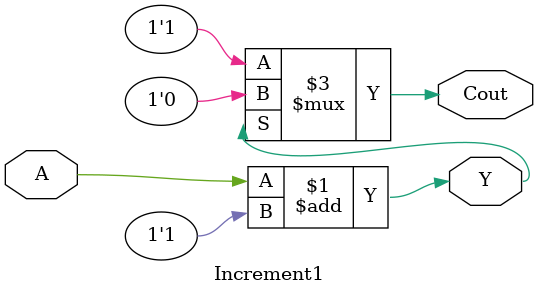
<source format=sv>
`timescale 1ns / 1ps


module Increment1(
    input A,
    output Cout,
    output Y
    );
        assign Y = A + 1'b1;
    assign Cout = (Y == 1'b0)? 1'b1 : 1'b0;
endmodule

</source>
